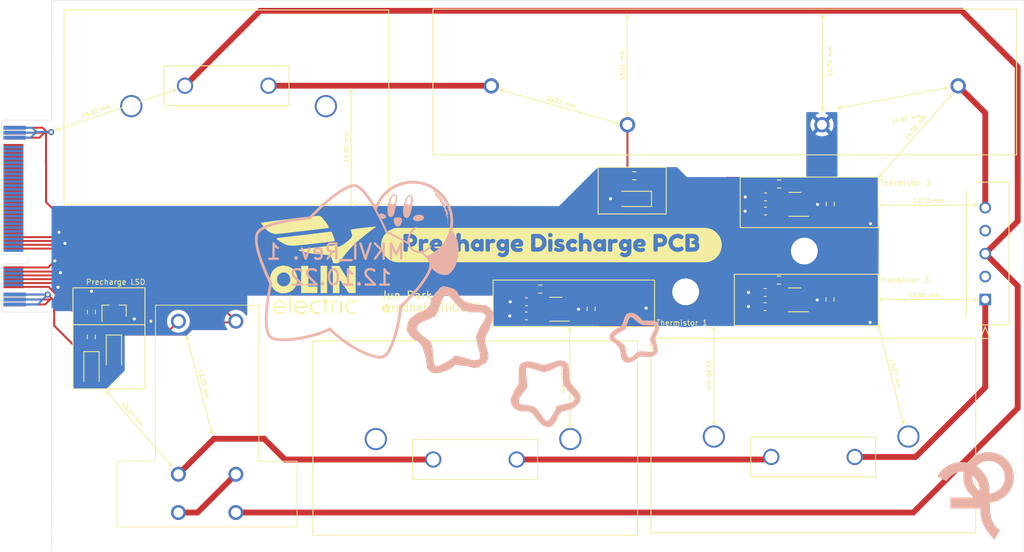
<source format=kicad_pcb>
(kicad_pcb (version 20211014) (generator pcbnew)
  (layers (0 "F.Cu" signal) (31 "B.Cu" signal) (34 "B.Paste" user) (35 "F.Paste" user) (36 "B.SilkS" user "B.Silkscreen") (37 "F.SilkS" user "F.Silkscreen") (38 "B.Mask" user) (39 "F.Mask" user) (44 "Edge.Cuts" user))
  (net 0 "")
  (net 1 "/TEMP_SENSE_PRECHARGE2")
  (net 2 "GND")
  (net 3 "/TEMP_SENSE_DISCHARGE")
  (net 4 "/TEMP_SENSE_PRECHARGE1")
  (net 5 "/FINAL_SHUTDOWN")
  (net 6 "Net-(D1-Pad2)")
  (net 7 "/PRECHARGE_COIL")
  (net 8 "/HV_BAT+")
  (net 10 "/HV_TS+")
  (net 12 "/HV_TS-")
  (net 13 "/PRECHARGE_LSD")
  (net 14 "+5V")
  (net 72 "Net-(K1-Pad1)")
  (net 73 "Net-(K1-Pad3)")
  (net 74 "Net-(R7-Pad2)")
  (net 75 "Net-(R8-Pad2)")
  (net 76 "Net-(R9-Pad2)")
  (net 77 "Net-(R10-Pad2)")
  (net 78 "Net-(R11-Pad2)")
  (net 79 "Net-(R12-Pad2)")
  (net 80 "Net-(K1-Pad4)")
  (net 81 "Net-(K2-Pad1)")
  (net 82 "Net-(K2-Pad2)")
  (net 83 "Net-(R3-Pad2)")
  (footprint "footprints:Thermistor" (layer "F.Cu") (at 171.38 101.5)
    (fp_text reference "TH3" hide)
    (fp_text value "Thermistor")
  )
  (footprint "OEM:G2RG-X" (layer "F.Cu") (at 82.61 104.44 -90)
    (fp_text reference "K1" hide)
    (fp_text value "G2RG-2A-X_DC12" hide)
  )
  (footprint "OEM:SOT-23F" (layer "F.Cu") (at 74.21 103.09 90)
    (fp_text reference "Q1" hide)
    (fp_text value "SSM3K333R" hide)
  )
  (footprint "footprints:Small_OE_Logo" (layer "F.Cu") (at 100.838 97.028)
    (fp_text reference "G***" hide)
    (fp_text value "LOGO" hide)
  )
  (footprint "OEM:R_TO247-Heatsink" (layer "F.Cu") (at 94.37 73.66 180)
    (fp_text reference "R6" hide)
    (fp_text value "3K3R-100W" hide)
  )
  (footprint "OEM:C_0603" (layer "F.Cu") (at 159.23 100.68 180)
    (fp_text reference "C3" hide)
    (fp_text value "C_10nF")
  )
  (footprint "OEM:D_SOD-123" (layer "F.Cu") (at 74.19 108.5 -90)
    (fp_text reference "D2" hide)
    (fp_text value "BZT52C36")
  )
  (footprint "OEM:R_0603" (layer "F.Cu") (at 142.13 85.43 180)
    (fp_text reference "R5" hide)
    (fp_text value "12R" hide)
  )
  (footprint "footprints:Thermistor" (layer "F.Cu") (at 171.42 89.01)
    (fp_text reference "TH2" hide)
    (fp_text value "Thermistor")
  )
  (footprint "OEM:R_0603" (layer "F.Cu") (at 161.06 86.51)
    (fp_text reference "R10" hide)
    (fp_text value "100R" hide)
  )
  (footprint "OEM:SOT-23-5" (layer "F.Cu") (at 163.07 101.65 180)
    (fp_text reference "U3" hide)
    (fp_text value "MCP6001" hide)
  )
  (footprint "OEM:C_0603" (layer "F.Cu") (at 128.0525 101.9 180)
    (fp_text reference "C1" hide)
    (fp_text value "C_10nF")
  )
  (footprint "OEM:C_0603" (layer "F.Cu") (at 159.27 88.19 180)
    (fp_text reference "C2" hide)
    (fp_text value "C_10nF")
  )
  (footprint "OEM:D_SOD-123" (layer "F.Cu") (at 142.13 88.45 180)
    (fp_text reference "D3" hide)
    (fp_text value "SS110LW")
  )
  (footprint "OEM:R_0603" (layer "F.Cu") (at 161.02 99.06)
    (fp_text reference "R12" hide)
    (fp_text value "100R" hide)
  )
  (footprint "OEM:SOT-23-5" (layer "F.Cu") (at 163.11 89.16 180)
    (fp_text reference "U2" hide)
    (fp_text value "MCP6001" hide)
  )
  (footprint "footprints:Thermistor" (layer "F.Cu") (at 140.2025 102.72)
    (fp_text reference "TH1" hide)
    (fp_text value "Thermistor")
  )
  (footprint "footprints:Automotive_M.2_Edge_Connector" (layer "F.Cu") (at 59.564 90.7 90)
    (fp_text reference "J2" hide)
    (fp_text value "Automotive_M.2_Edge_Connector" hide)
    (fp_line (start -5.025 2.9) (end -5.025 0.2) (layer "Edge.Cuts") (width 0.05))
    (fp_line (start -6.225 2.9) (end -6.225 0.2) (layer "Edge.Cuts") (width 0.05))
    (fp_line (start -12.55 0.2) (end -12.55 6.5) (layer "Edge.Cuts") (width 0.05))
    (fp_line (start -5.025 0.2) (end -4.825 0) (layer "Edge.Cuts") (width 0.05))
    (fp_line (start 12.55 0.2) (end 12.35 0) (layer "Edge.Cuts") (width 0.05))
    (fp_line (start 12.55 0.2) (end 12.55 6.5) (layer "Edge.Cuts") (width 0.05))
    (fp_line (start -12.35 0) (end -6.425 0) (layer "Edge.Cuts") (width 0.05))
    (fp_line (start -4.825 0) (end 12.35 0) (layer "Edge.Cuts") (width 0.05))
    (fp_line (start -6.225 0.2) (end -6.425 0) (layer "Edge.Cuts") (width 0.05))
    (fp_line (start -12.55 0.2) (end -12.35 0) (layer "Edge.Cuts") (width 0.05))
    (fp_arc (start -5.025 2.9) (mid -5.625 3.5) (end -6.225 2.9) (layer "Edge.Cuts") (width 0.05))
  )
  (footprint "kibuzzard-639639B8" (layer "F.Cu") (at 131.318 94.488)
    (fp_text reference "kibuzzard-639639B8" hide)
    (fp_text value "G***" hide)
  )
  (footprint "OEM:D_SOD-123" (layer "F.Cu") (at 71.26 110.66 -90)
    (fp_text reference "D1" hide)
    (fp_text value "SS110LW")
  )
  (footprint "OEM:R_0603" (layer "F.Cu") (at 167.72 89.11 90)
    (fp_text reference "R9" hide)
    (fp_text value "100KR" hide)
  )
  (footprint "OEM:R_0603" (layer "F.Cu") (at 71.25 103.23 90)
    (fp_text reference "R1" hide)
    (fp_text value "10KR" hide)
  )
  (footprint "OEM:R_0603" (layer "F.Cu") (at 129.855 100.24)
    (fp_text reference "R8" hide)
    (fp_text value "100R" hide)
  )
  (footprint "OEM:Connector_MicroFit_VT_5x1" (layer "F.Cu") (at 187.96 101.6 -90)
    (fp_text reference "J1" hide)
    (fp_text value "MicroFit_VT_5x1" hide)
  )
  (footprint "OEM:Relay_Comus_3350" (layer "F.Cu") (at 188.23 66.19 180)
    (fp_text reference "K2" hide)
    (fp_text value "3350-4275-126")
  )
  (footprint "OEM:C_0603" (layer "F.Cu") (at 128.0425 103.75 180)
    (fp_text reference "C4" hide)
    (fp_text value "0u1F" hide)
  )
  (footprint "OEM:R_TO247-Heatsink" (layer "F.Cu") (at 160.02 122.18)
    (fp_text reference "R4" hide)
    (fp_text value "560R-100W" hide)
  )
  (footprint "OEM:R_0603" (layer "F.Cu") (at 71.24 106.48 90)
    (fp_text reference "R2" hide)
    (fp_text value "12R" hide)
  )
  (footprint "OEM:C_0603" (layer "F.Cu") (at 159.22 102.53 180)
    (fp_text reference "C6" hide)
    (fp_text value "0u1F" hide)
  )
  (footprint "OEM:M.2_Mount" (layer "F.Cu") (at 164.338 95.25)
    (fp_text reference "U$2" hide)
    (fp_text value "M.2_Mount" hide)
  )
  (footprint "OEM:M.2_Mount" (layer "F.Cu") (at 148.844 100.584)
    (fp_text reference "U$2" hide)
    (fp_text value "M.2_Mount" hide)
  )
  (footprint "OEM:R_0603" (layer "F.Cu") (at 136.5025 102.82 90)
    (fp_text reference "R7" hide)
    (fp_text value "100KR" hide)
  )
  (footprint "OEM:R_TO247-Heatsink" (layer "F.Cu") (at 115.88 122.51)
    (fp_text reference "R3" hide)
    (fp_text value "560R-100W" hide)
  )
  (footprint "OEM:C_0603" (layer "F.Cu") (at 159.26 90.04 180)
    (fp_text reference "C5" hide)
    (fp_text value "0u1F" hide)
  )
  (footprint "OEM:SOT-23-5" (layer "F.Cu") (at 131.8925 102.87 180)
    (fp_text reference "U1" hide)
    (fp_text value "MCP6001" hide)
  )
  (footprint "OEM:R_0603" (layer "F.Cu") (at 167.68 101.6 90)
    (fp_text reference "R11" hide)
    (fp_text value "100KR" hide)
  )
  (footprint "footprints:fromis" (layer "B.Cu") (at 186.69 127.254 180)
    (fp_text reference "G2" hide)
    (fp_text value "LOGO" hide)
  )
  (footprint "jun-library:star" (layer "B.Cu") (at 129.286 110.236 180)
    (fp_text reference "G1" hide)
    (fp_text value "LOGO" hide)
  )
  (footprint "footprints:kirbystar2" (layer "B.Cu") (at 105.918 97.72 180)
    (fp_text reference "G3" hide)
    (fp_text value "LOGO" hide)
  )
  (gr_rect (start 155.956 85.598) (end 173.99 92.202) (layer "F.SilkS") (width 0.12) (fill none))
  (gr_rect (start 78.232 104.902) (end 68.834 113.284) (layer "F.SilkS") (width 0.12) (fill none))
  (gr_rect (start 155.194 98.298) (end 174 105) (layer "F.SilkS") (width 0.12) (fill none))
  (gr_rect (start 68.834 104.902) (end 78.232 100.076) (layer "F.SilkS") (width 0.12) (fill none))
  (gr_rect (start 123.698 99.06) (end 144.78 105.156) (layer "F.SilkS") (width 0.12) (fill none))
  (gr_rect (start 137.414 84.328) (end 146.304 90.424) (layer "F.SilkS") (width 0.12) (fill none))
  (gr_line (start 66.064 103.25) (end 66.04 134.62) (layer "Edge.Cuts") (width 0.05))
  (gr_line (start 66.04 134.62) (end 193.0146 134.62) (layer "Edge.Cuts") (width 0.05))
  (gr_line (start 193.0146 134.62) (end 193.0146 62.484) (layer "Edge.Cuts") (width 0.05))
  (gr_line (start 193.0146 62.484) (end 66.04 62.484) (layer "Edge.Cuts") (width 0.05))
  (gr_line (start 66.04 62.484) (end 66.064 78.15) (layer "Edge.Cuts") (width 0.05))
  (gr_text "MKVI_Rev. 1" (at 103.128 95.36) (layer "B.SilkS") (effects (font (size 2 2) (thickness 0.3)) (justify mirror)))
  (gr_text "12.10.22" (at 103.808 98.74) (layer "B.SilkS") (effects (font (size 2 2) (thickness 0.3)) (justify mirror)))
  (gr_text "Jun Park\n@redhotchili0909" (at 108.966 101.854) (layer "F.SilkS") (effects (font (size 1 1)) (justify left)))
  (gr_text "Precharge LSD" (at 74.422 99.314) (layer "F.SilkS") (effects (font (size 0.7 0.7) (thickness 0.1))))
  (gr_text "Thermistor 1" (at 148.336 104.648) (layer "F.SilkS") (effects (font (size 0.7 0.7) (thickness 0.1))))
  (gr_text "Thermistor 3" (at 177.292 99.06) (layer "F.SilkS") (effects (font (size 0.7 0.7) (thickness 0.1))))
  (gr_text "Thermistor 2" (at 177.546 86.36) (layer "F.SilkS") (effects (font (size 0.7 0.7) (thickness 0.1))))
  (dimension (type aligned) (layer "F.SilkS") (pts (xy 183.642 74.676) (xy 174.1 85.6)) (height -0.017084) (gr_text "14.50 mm" (at 178.86 79.07 48.86312625) (layer "F.SilkS") (effects (font (size 0.508 0.508) (thickness 0.1)))) (format (units 3) (units_format 1) (precision 2)) (style (thickness 0.12) (arrow_length 0.5) (text_position_mode 2) (extension_height 0.58642) (extension_offset 0.5) keep_text_aligned))
  (dimension (type aligned) (layer "F.SilkS") (pts (xy 152.52 105.2) (xy 152.53 118)) (height 0) (gr_text "12.80 mm" (at 151.892 111.506 270.0447623) (layer "F.SilkS") (effects (font (size 0.508 0.508) (thickness 0.1)))) (format (units 3) (units_format 1) (precision 2)) (style (thickness 0.12) (arrow_length 0.5) (text_position_mode 2) (extension_height 0.58642) (extension_offset 0.5) keep_text_aligned))
  (dimension (type aligned) (layer "F.SilkS") (pts (xy 186.944 101.6) (xy 173.99 101.6)) (height 0) (gr_text "12.95 mm" (at 179.936 101.054) (layer "F.SilkS") (effects (font (size 0.508 0.508) (thickness 0.1)))) (format (units 3) (units_format 1) (precision 2)) (style (thickness 0.12) (arrow_length 0.5) (text_position_mode 2) (extension_height 0.58642) (extension_offset 0.5) keep_text_aligned))
  (dimension (type aligned) (layer "F.SilkS") (pts (xy 66.548 79.502) (xy 82.296 74.168)) (height 0) (gr_text "16.63 mm" (at 71.882 76.962 18.71173788) (layer "F.SilkS") (effects (font (size 0.508 0.508) (thickness 0.1)))) (format (units 3) (units_format 1) (precision 2)) (style (thickness 0.12) (arrow_length 0.5) (text_position_mode 2) (extension_height 0.58642) (extension_offset 0.5) keep_text_aligned))
  (dimension (type aligned) (layer "F.SilkS") (pts (xy 133.76 118.4) (xy 133.6925 105.2)) (height 0) (gr_text "13.20 mm" (at 132.842 111.906 -89.70701277) (layer "F.SilkS") (effects (font (size 0.508 0.508) (thickness 0.1)))) (format (units 3) (units_format 1) (precision 2)) (style (thickness 0.12) (arrow_length 0.5) (text_position_mode 2) (extension_height 0.58642) (extension_offset 0.5) keep_text_aligned))
  (dimension (type aligned) (layer "F.SilkS") (pts (xy 81.788 123.444) (xy 73.152 113.538)) (height 0) (gr_text "13.14 mm" (at 77.94 118.12 -49) (layer "F.SilkS") (effects (font (size 0.508 0.508) (thickness 0.1)) (justify right))) (format (units 3) (units_format 1) (precision 2)) (style (thickness 0.12) (arrow_length 0.5) (text_position_mode 2) (extension_height 0.58642) (extension_offset 0.5)))
  (dimension (type aligned) (layer "F.SilkS") (pts (xy 166.7 64.3) (xy 166.7 77)) (height -0.017084) (gr_text "12.70 mm" (at 167.7 70.5 90) (layer "F.SilkS") (effects (font (size 0.508 0.508) (thickness 0.1)))) (format (units 3) (units_format 1) (precision 2)) (style (thickness 0.12) (arrow_length 0.5) (text_position_mode 2) (extension_height 0.58642) (extension_offset 0.5) keep_text_aligned))
  (dimension (type aligned) (layer "F.SilkS") (pts (xy 141.2 64.39) (xy 141.2 77.6)) (height 0) (gr_text "13.21 mm" (at 140.592 70.995 90) (layer "F.SilkS") (effects (font (size 0.508 0.508) (thickness 0.1)))) (format (units 3) (units_format 1) (precision 2)) (style (thickness 0.12) (arrow_length 0.5) (text_position_mode 0) (extension_height 0.58642) (extension_offset 0.5) keep_text_aligned))
  (dimension (type aligned) (layer "F.SilkS") (pts (xy 174 105) (xy 177.292 117.856)) (height 0) (gr_text "13.27 mm" (at 176.234996 111.277177 284.3629503) (layer "F.SilkS") (effects (font (size 0.508 0.508) (thickness 0.1)))) (format (units 3) (units_format 1) (precision 2)) (style (thickness 0.12) (arrow_length 0.5) (text_position_mode 0) (extension_height 0.58642) (extension_offset 0.5) keep_text_aligned))
  (dimension (type aligned) (layer "F.SilkS") (pts (xy 183.1 73.9) (xy 168.7 76.6)) (height -0.017084) (gr_text "14.65 mm" (at 177.66 77.97 10.61965528) (layer "F.SilkS") (effects (font (size 0.508 0.508) (thickness 0.1)))) (format (units 3) (units_format 1) (precision 2)) (style (thickness 0.12) (arrow_length 0.5) (text_position_mode 2) (extension_height 0.58642) (extension_offset 0.5) keep_text_aligned))
  (dimension (type aligned) (layer "F.SilkS") (pts (xy 174.244 89.281) (xy 186.944 89.281)) (height 0) (gr_text "12.70 mm" (at 180.594 88.673) (layer "F.SilkS") (effects (font (size 0.508 0.508) (thickness 0.1)))) (format (units 3) (units_format 1) (precision 2)) (style (thickness 0.12) (arrow_length 0.5) (text_position_mode 0) (extension_height 0.58642) (extension_offset 0.5) keep_text_aligned))
  (dimension (type aligned) (layer "F.SilkS") (pts (xy 83.7 106.4) (xy 87 119.2)) (height 0) (gr_text "13.22 mm" (at 85.938748 112.648213 284.4567554) (layer "F.SilkS") (effects (font (size 0.508 0.508) (thickness 0.1)))) (format (units 3) (units_format 1) (precision 2)) (style (thickness 0.12) (arrow_length 0.5) (text_position_mode 0) (extension_height 0.58642) (extension_offset 0.5) keep_text_aligned))
  (dimension (type aligned) (layer "F.SilkS") (pts (xy 124.6 74.2) (xy 140.2 78.6)) (height 0) (gr_text "16.21 mm" (at 132.565048 75.814831 344.2488263) (layer "F.SilkS") (effects (font (size 0.508 0.508) (thickness 0.1)))) (format (units 3) (units_format 1) (precision 2)) (style (thickness 0.12) (arrow_length 0.5) (text_position_mode 0) (extension_height 0.58642) (extension_offset 0.5) keep_text_aligned))
  (dimension (type aligned) (layer "F.SilkS") (pts (xy 105.156 74.2) (xy 105.156 89.2)) (height 0) (gr_text "15.00 mm" (at 104.548 81.7 90) (layer "F.SilkS") (effects (font (size 0.508 0.508) (thickness 0.1)))) (format (units 3) (units_format 1) (precision 2)) (style (thickness 0.12) (arrow_length 0.5) (text_position_mode 0) (extension_height 0.58642) (extension_offset 0.5) keep_text_aligned))
  (segment (start 129.03 100.24) (end 129.03 101.6975) (width 0.254) (layer "F.Cu") (net 1))
  (segment (start 129.03 100.24) (end 128.33 100.94) (width 0.254) (layer "F.Cu") (net 1))
  (segment (start 128.33 100.94) (end 75.760823 100.94) (width 0.254) (layer "F.Cu") (net 1))
  (segment (start 75.760823 100.94) (end 73.770823 98.95) (width 0.254) (layer "F.Cu") (net 1))
  (segment (start 129.03 101.6975) (end 128.8275 101.9) (width 0.254) (layer "F.Cu") (net 1))
  (segment (start 73.770823 98.95) (end 61.064 98.95) (width 0.254) (layer "F.Cu") (net 1))
  (segment (start 140.48 88.45) (end 139.05 88.45) (width 0.254) (layer "F.Cu") (net 2))
  (segment (start 71.25 102.28) (end 71.25 100.53) (width 0.254) (layer "F.Cu") (net 2))
  (segment (start 71.25 100.53) (end 71.26 100.52) (width 0.25) (layer "F.Cu") (net 2))
  (segment (start 172.92 89.310164) (end 172.92 89.01) (width 0.254) (layer "F.Cu") (net 2))
  (segment (start 61.064 98.45) (end 66.85 98.45) (width 0.25) (layer "F.Cu") (net 2))
  (segment (start 157.05 102.53) (end 157.04 102.52) (width 0.254) (layer "F.Cu") (net 2))
  (segment (start 158.445 102.53) (end 157.05 102.53) (width 0.254) (layer "F.Cu") (net 2))
  (segment (start 127.2775 101.9) (end 125.935 101.9) (width 0.254) (layer "F.Cu") (net 2))
  (segment (start 61.1006 97.4134) (end 61.064 97.45) (width 0.254) (layer "F.Cu") (net 2))
  (segment (start 172.92 104.6) (end 172.88 104.56) (width 0.254) (layer "F.Cu") (net 2))
  (segment (start 133.03 102.87) (end 134.8325 102.87) (width 0.254) (layer "F.Cu") (net 2))
  (segment (start 166.01 101.65) (end 166.02 101.66) (width 0.254) (layer "F.Cu") (net 2))
  (segment (start 66.35 99.45) (end 61.064 99.45) (width 0.25) (layer "F.Cu") (net 2))
  (segment (start 67.7926 94.2735) (end 67.6161 94.45) (width 0.254) (layer "F.Cu") (net 2))
  (segment (start 134.8325 102.87) (end 134.8425 102.88) (width 0.254) (layer "F.Cu") (net 2))
  (segment (start 164.2075 101.65) (end 166.01 101.65) (width 0.254) (layer "F.Cu") (net 2))
  (segment (start 158.455 100.68) (end 157.05 100.68) (width 0.254) (layer "F.Cu") (net 2))
  (segment (start 164.2475 89.16) (end 166.05 89.16) (width 0.254) (layer "F.Cu") (net 2))
  (segment (start 141.7025 102.72) (end 143.675 102.72) (width 0.254) (layer "F.Cu") (net 2))
  (segment (start 66.6462 93.45) (end 67.02 93.0762) (width 0.254) (layer "F.Cu") (net 2))
  (segment (start 172.974 91.694) (end 172.974 89.364164) (width 0.254) (layer "F.Cu") (net 2))
  (segment (start 65.6038 97.4134) (end 61.1006 97.4134) (width 0.254) (layer "F.Cu") (net 2))
  (segment (start 156.63 90.04) (end 158.485 90.04) (width 0.254) (layer "F.Cu") (net 2))
  (segment (start 67.6161 94.45) (end 61.064 94.45) (width 0.254) (layer "F.Cu") (net 2))
  (segment (start 156.61 90.06) (end 156.63 90.04) (width 0.254) (layer "F.Cu") (net 2))
  (segment (start 166.05 89.16) (end 166.06 89.17) (width 0.254) (layer "F.Cu") (net 2))
  (segment (start 67.02 93.0762) (end 67.02 92.8) (width 0.254) (layer "F.Cu") (net 2))
  (segment (start 66.9 100) (end 66.35 99.45) (width 0.25) (layer "F.Cu") (net 2))
  (segment (start 172.974 89.364164) (end 172.92 89.310164) (width 0.254) (layer "F.Cu") (net 2))
  (segment (start 61.064 93.45) (end 66.6462 93.45) (width 0.254) (layer "F.Cu") (net 2))
  (segment (start 172.88 104.56) (end 172.88 101.5) (width 0.254) (layer "F.Cu") (net 2))
  (segment (start 139.05 88.45) (end 139.03 88.43) (width 0.254) (layer "F.Cu") (net 2))
  (segment (start 66.85 98.45) (end 67.2 98.1) (width 0.25) (layer "F.Cu") (net 2))
  (segment (start 66.4718 96.5454) (end 65.6038 97.4134) (width 0.254) (layer "F.Cu") (net 2))
  (segment (start 127.2675 103.75) (end 125.875 103.75) (width 0.254) (layer "F.Cu") (net 2))
  (segment (start 156.64 88.19) (end 156.63 88.2) (width 0.254) (layer "F.Cu") (net 2))
  (segment (start 75.16 104.14) (end 76.85 104.14) (width 0.254) (layer "F.Cu") (net 2))
  (segment (start 158.495 88.19) (end 156.64 88.19) (width 0.254) (layer "F.Cu") (net 2))
  (via (at 156.61 90.06) (size 0.8) (drill 0.4) (layers "F.Cu" "B.Cu") (net 2))
  (via (at 139.03 88.43) (size 0.8) (drill 0.4) (layers "F.Cu" "B.Cu") (net 2))
  (via (at 76.85 104.14) (size 0.8) (drill 0.4) (layers "F.Cu" "B.Cu") (net 2))
  (via (at 157.05 100.68) (size 0.8) (drill 0.4) (layers "F.Cu" "B.Cu") (net 2))
  (via (at 71.26 100.52) (size 0.8) (drill 0.4) (layers "F.Cu" "B.Cu") (net 2))
  (via (at 172.92 104.6) (size 0.8) (drill 0.4) (layers "F.Cu" "B.Cu") (net 2))
  (via (at 166.02 101.66) (size 0.8) (drill 0.4) (layers "F.Cu" "B.Cu") (net 2))
  (via (at 66.9 100) (size 0.8) (drill 0.4) (layers "F.Cu" "B.Cu") (net 2))
  (via (at 125.875 103.75) (size 0.8) (drill 0.4) (layers "F.Cu" "B.Cu") (net 2))
  (via (at 156.63 88.2) (size 0.8) (drill 0.4) (layers "F.Cu" "B.Cu") (net 2))
  (via (at 125.935 101.9) (size 0.8) (drill 0.4) (layers "F.Cu" "B.Cu") (net 2))
  (via (at 166.06 89.17) (size 0.8) (drill 0.4) (layers "F.Cu" "B.Cu") (net 2))
  (via (at 172.974 91.694) (size 0.8) (drill 0.4) (layers "F.Cu" "B.Cu") (net 2))
  (via (at 66.4718 96.5454) (size 0.8) (drill 0.4) (layers "F.Cu" "B.Cu") (net 2))
  (via (at 67.7926 94.2735) (size 0.8) (drill 0.4) (layers "F.Cu" "B.Cu") (net 2))
  (via (at 67.02 92.8) (size 0.8) (drill 0.4) (layers "F.Cu" "B.Cu") (net 2))
  (via (at 143.675 102.72) (size 0.8) (drill 0.4) (layers "F.Cu" "B.Cu") (net 2))
  (via (at 67.2 98.1) (size 0.8) (drill 0.4) (layers "F.Cu" "B.Cu") (net 2))
  (via (at 157.04 102.52) (size 0.8) (drill 0.4) (layers "F.Cu" "B.Cu") (net 2))
  (via (at 134.8425 102.88) (size 0.8) (drill 0.4) (layers "F.Cu" "B.Cu") (net 2))
  (segment (start 148.7115 93.5985) (end 70.0015 93.5985) (width 0.254) (layer "F.Cu") (net 3))
  (segment (start 155.82 86.49) (end 148.7115 93.5985) (width 0.254) (layer "F.Cu") (net 3))
  (segment (start 160.235 86.51) (end 160.215 86.49) (width 0.254) (layer "F.Cu") (net 3))
  (segment (start 70.0015 93.5985) (end 68.3 95.3) (width 0.254) (layer "F.Cu") (net 3))
  (segment (start 160.045 86.7) (end 160.235 86.51) (width 0.254) (layer "F.Cu") (net 3))
  (segment (start 67.4 95.3) (end 68.3 95.3) (width 0.25) (layer "F.Cu") (net 3))
  (segment (start 67.05 94.95) (end 67.4 95.3) (width 0.25) (layer "F.Cu") (net 3))
  (segment (start 160.215 86.49) (end 155.82 86.49) (width 0.254) (layer "F.Cu") (net 3))
  (segment (start 160.045 88.19) (end 160.045 86.7) (width 0.254) (layer "F.Cu") (net 3))
  (segment (start 61.064 94.95) (end 67.05 94.95) (width 0.25) (layer "F.Cu") (net 3))
  (segment (start 154.066 99) (end 151.84 96.774) (width 0.254) (layer "F.Cu") (net 4))
  (segment (start 160.005 100.68) (end 160.005 99.19) (width 0.254) (layer "F.Cu") (net 4))
  (segment (start 151.84 96.774) (end 67.426 96.774) (width 0.254) (layer "F.Cu") (net 4))
  (segment (start 160.195 99) (end 154.066 99) (width 0.254) (layer "F.Cu") (net 4))
  (segment (start 160.005 99.19) (end 160.195 99) (width 0.254) (layer "F.Cu") (net 4))
  (segment (start 67.426 96.774) (end 66.25 97.95) (width 0.254) (layer "F.Cu") (net 4))
  (segment (start 66.25 97.95) (end 61.064 97.95) (width 0.254) (layer "F.Cu") (net 4))
  (segment (start 65.33 83.691001) (end 65.3 83.661001) (width 0.254) (layer "F.Cu") (net 5))
  (segment (start 143.08 87.75) (end 143.460388 88.130388) (width 0.25) (layer "F.Cu") (net 5))
  (segment (start 65.2122 102.25) (end 65.7606 101.7016) (width 0.254) (layer "F.Cu") (net 5))
  (segment (start 61.214 80.45) (end 64.47 80.45) (width 0.254) (layer "F.Cu") (net 5))
  (segment (start 71.24 107.43) (end 71.04 107.63) (width 0.254) (layer "F.Cu") (net 5))
  (segment (start 65.12 79.8) (end 61.214 79.8) (width 0.25) (layer "F.Cu") (net 5))
  (segment (start 65.32 79.6) (end 65.12 79.8) (width 0.25) (layer "F.Cu") (net 5))
  (segment (start 65.33 88.88) (end 65.33 83.691001) (width 0.254) (layer "F.Cu") (net 5))
  (segment (start 143.78 88.45) (end 142.24 89.99) (width 0.254) (layer "F.Cu") (net 5))
  (segment (start 142.24 89.99) (end 66.46 89.99) (width 0.254) (layer "F.Cu") (net 5))
  (segment (start 65.5424 100.95) (end 66.0273 101.4349) (width 0.254) (layer "F.Cu") (net 5))
  (segment (start 65.99 79.73) (end 65.45 79.73) (width 0.254) (layer "F.Cu") (net 5))
  (segment (start 66.391104 103.114802) (end 66.391104 101.798704) (width 0.254) (layer "F.Cu") (net 5))
  (segment (start 65.45 79.73) (end 65.32 79.6) (width 0.254) (layer "F.Cu") (net 5))
  (segment (start 71.24 108.99) (end 71.26 109.01) (width 0.254) (layer "F.Cu") (net 5))
  (segment (start 68.99 107.63) (end 66.389639 105.029639) (width 0.254) (layer "F.Cu") (net 5))
  (segment (start 66.46 89.99) (end 66.45 90) (width 0.254) (layer "F.Cu") (net 5))
  (segment (start 61.214 79.15) (end 64.87 79.15) (width 0.254) (layer "F.Cu") (net 5))
  (segment (start 64.47 80.45) (end 65.32 79.6) (width 0.254) (layer "F.Cu") (net 5))
  (segment (start 143.08 85.43) (end 143.08 87.75) (width 0.25) (layer "F.Cu") (net 5))
  (segment (start 66.391104 101.798704) (end 66.0273 101.4349) (width 0.254) (layer "F.Cu") (net 5))
  (segment (start 65.659 101.6) (end 65.7606 101.7016) (width 0.254) (layer "F.Cu") (net 5))
  (segment (start 61.214 102.25) (end 65.2122 102.25) (width 0.254) (layer "F.Cu") (net 5))
  (segment (start 65.32 83.641001) (end 65.32 79.6) (width 0.254) (layer "F.Cu") (net 5))
  (segment (start 65.3 83.661001) (end 65.32 83.641001) (width 0.254) (layer "F.Cu") (net 5))
  (segment (start 71.24 107.43) (end 71.24 108.99) (width 0.254) (layer "F.Cu") (net 5))
  (segment (start 65.7606 101.7016) (end 66.0273 101.4349) (width 0.254) (layer "F.Cu") (net 5))
  (segment (start 66.389639 105.029639) (end 66.391104 103.114802) (width 0.254) (layer "F.Cu") (net 5))
  (segment (start 66.45 90) (end 65.33 88.88) (width 0.254) (layer "F.Cu") (net 5))
  (segment (start 71.04 107.63) (end 68.99 107.63) (width 0.254) (layer "F.Cu") (net 5))
  (segment (start 64.87 79.15) (end 65.32 79.6) (width 0.254) (layer "F.Cu") (net 5))
  (segment (start 61.214 101.6) (end 65.659 101.6) (width 0.254) (layer "F.Cu") (net 5))
  (segment (start 61.214 100.95) (end 65.5424 100.95) (width 0.254) (layer "F.Cu") (net 5))
  (via (at 65.99 79.73) (size 0.8) (drill 0.4) (layers "F.Cu" "B.Cu") (net 5))
  (via (at 65.5424 100.95) (size 0.8) (drill 0.4) (layers "F.Cu" "B.Cu") (net 5))
  (segment (start 63.97 79.8) (end 61.214 79.8) (width 0.254) (layer "B.Cu") (net 5))
  (segment (start 63.52 79.15) (end 64.07 79.7) (width 0.254) (layer "B.Cu") (net 5))
  (segment (start 61.214 79.15) (end 63.52 79.15) (width 0.254) (layer "B.Cu") (net 5))
  (segment (start 61.214 102.25) (end 64.2424 102.25) (width 0.254) (layer "B.Cu") (net 5))
  (segment (start 63.32 80.45) (end 61.214 80.45) (width 0.254) (layer "B.Cu") (net 5))
  (segment (start 64.07 79.7) (end 63.97 79.8) (width 0.254) (layer "B.Cu") (net 5))
  (segment (start 64.07 79.7) (end 63.32 80.45) (width 0.254) (layer "B.Cu") (net 5))
  (segment (start 61.214 100.95) (end 65.5424 100.95) (width 0.254) (layer "B.Cu") (net 5))
  (segment (start 64.07 79.7) (end 65.96 79.7) (width 0.254) (layer "B.Cu") (net 5))
  (segment (start 65.96 79.7) (end 65.99 79.73) (width 0.254) (layer "B.Cu") (net 5))
  (segment (start 64.2424 102.25) (end 65.5424 100.95) (width 0.254) (layer "B.Cu") (net 5))
  (segment (start 61.214 101.6) (end 64.8924 101.6) (width 0.254) (layer "B.Cu") (net 5))
  (segment (start 64.8924 101.6) (end 65.5424 100.95) (width 0.254) (layer "B.Cu") (net 5))
  (segment (start 71.26 112.31) (end 71.29 112.31) (width 0.254) (layer "F.Cu") (net 6))
  (segment (start 71.29 112.31) (end 73.45 110.15) (width 0.254) (layer "F.Cu") (net 6))
  (segment (start 73.45 110.15) (end 74.19 110.15) (width 0.254) (layer "F.Cu") (net 6))
  (segment (start 90.11 104.44) (end 87.71 102.04) (width 0.254) (layer "F.Cu") (net 7))
  (segment (start 89.95 104.6) (end 90.11 104.44) (width 0.254) (layer "F.Cu") (net 7))
  (segment (start 74.19 106.85) (end 74.856 106.184) (width 0.254) (layer "F.Cu") (net 7))
  (segment (start 83.616 106.184) (end 85.2 104.6) (width 0.254) (layer "F.Cu") (net 7))
  (segment (start 85.2 104.6) (end 89.95 104.6) (width 0.254) (layer "F.Cu") (net 7))
  (segment (start 74.856 106.184) (end 83.616 106.184) (width 0.254) (layer "F.Cu") (net 7))
  (segment (start 87.71 102.04) (end 74.21 102.04) (width 0.254) (layer "F.Cu") (net 7))
  (segment (start 178.86 122.18) (end 170.92 122.18) (width 0.762) (layer "F.Cu") (net 8))
  (segment (start 187.96 113.08) (end 178.86 122.18) (width 0.762) (layer "F.Cu") (net 8))
  (segment (start 187.96 101.6) (end 187.96 113.08) (width 0.762) (layer "F.Cu") (net 8))
  (segment (start 93.26 63.87) (end 184.87 63.87) (width 0.762) (layer "F.Cu") (net 10))
  (segment (start 90.11 129.44) (end 178.56 129.44) (width 0.762) (layer "F.Cu") (net 10))
  (segment (start 192.2 99.840002) (end 187.96 95.600002) (width 0.762) (layer "F.Cu") (net 10))
  (segment (start 178.56 129.44) (end 192.2 115.8) (width 0.762) (layer "F.Cu") (net 10))
  (segment (start 192.2 115.8) (end 192.2 99.840002) (width 0.762) (layer "F.Cu") (net 10))
  (segment (start 192.2 91.360002) (end 187.96 95.600002) (width 0.762) (layer "F.Cu") (net 10))
  (segment (start 184.87 63.87) (end 192.2 71.2) (width 0.762) (layer "F.Cu") (net 10))
  (segment (start 83.47 73.66) (end 93.26 63.87) (width 0.762) (layer "F.Cu") (net 10))
  (segment (start 192.2 71.2) (end 192.2 91.360002) (width 0.762) (layer "F.Cu") (net 10))
  (segment (start 187.96 77.223) (end 187.96 89.600004) (width 0.762) (layer "F.Cu") (net 12))
  (segment (start 184.42 73.683) (end 187.96 77.223) (width 0.762) (layer "F.Cu") (net 12))
  (segment (start 71.29 104.14) (end 71.25 104.18) (width 0.25) (layer "F.Cu") (net 13))
  (segment (start 71.25 104.18) (end 69.88 104.18) (width 0.254) (layer "F.Cu") (net 13))
  (segment (start 73.26 104.14) (end 71.29 104.14) (width 0.25) (layer "F.Cu") (net 13))
  (segment (start 69.88 104.18) (end 65.649999 99.949999) (width 0.254) (layer "F.Cu") (net 13))
  (segment (start 65.649999 99.949999) (end 61.064 99.949999) (width 0.254) (layer "F.Cu") (net 13))
  (segment (start 167.68 102.425) (end 166.905 103.2) (width 0.254) (layer "F.Cu") (net 14))
  (segment (start 61.064 93.95) (end 67.090795 93.95) (width 0.25) (layer "F.Cu") (net 14))
  (segment (start 166.855 90.8) (end 162.6625 90.8) (width 0.254) (layer "F.Cu") (net 14))
  (segment (start 167.68 102.75) (end 167.68 102.425) (width 0.254) (layer "F.Cu") (net 14))
  (segment (start 144.533 105.047) (end 145.48 104.1) (width 0.254) (layer "F.Cu") (net 14))
  (segment (start 135.6475 104.5) (end 131.435 104.5) (width 0.254) (layer "F.Cu") (net 14))
  (segment (start 69.440795 91.6) (end 148.3 91.6) (width 0.25) (layer "F.Cu") (net 14))
  (segment (start 158.425 104.1) (end 159.995 102.53) (width 0.254) (layer "F.Cu") (net 14))
  (segment (start 148.3 91.6) (end 154.19 85.71) (width 0.25) (layer "F.Cu") (net 14))
  (segment (start 137.7295 105.047) (end 144.533 105.047) (width 0.254) (layer "F.Cu") (net 14))
  (segment (start 162.5325 103.2) (end 161.9325 102.6) (width 0.254) (layer "F.Cu") (net 14))
  (segment (start 160.91 85.71) (end 161 85.8) (width 0.25) (layer "F.Cu") (net 14))
  (segment (start 161 85.8) (end 160.985 85.815) (width 0.25) (layer "F.Cu") (net 14))
  (segment (start 145.48 104.1) (end 158.425 104.1) (width 0.254) (layer "F.Cu") (net 14))
  (segment (start 168.757 103.827) (end 167.68 102.75) (width 0.254) (layer "F.Cu") (net 14))
  (segment (start 136.5025 103.645) (end 136.5025 103.82) (width 0.254) (layer "F.Cu") (net 14))
  (segment (start 67.090795 93.95) (end 69.440795 91.6) (width 0.25) (layer "F.Cu") (net 14))
  (segment (start 160.985 85.815) (end 160.985 89.09) (width 0.25) (layer "F.Cu") (net 14))
  (segment (start 154.19 85.71) (end 160.91 85.71) (width 0.25) (layer "F.Cu") (net 14))
  (segment (start 162.6625 90.8) (end 161.9725 90.11) (width 0.254) (layer "F.Cu") (net 14))
  (segment (start 170.957 103.827) (end 168.757 103.827) (width 0.254) (layer "F.Cu") (net 14))
  (segment (start 160.985 89.09) (end 160.035 90.04) (width 0.25) (layer "F.Cu") (net 14))
  (segment (start 136.5025 103.645) (end 135.6475 104.5) (width 0.254) (layer "F.Cu") (net 14))
  (segment (start 167.72 89.935) (end 166.855 90.8) (width 0.254) (layer "F.Cu") (net 14))
  (segment (start 136.5025 103.82) (end 137.7295 105.047) (width 0.254) (layer "F.Cu") (net 14))
  (segment (start 166.905 103.2) (end 162.5325 103.2) (width 0.254) (layer "F.Cu") (net 14))
  (segment (start 167.72 95.04) (end 171.4 98.72) (width 0.254) (layer "F.Cu") (net 14))
  (segment (start 130.755 103.82) (end 128.58 103.82) (width 0.254) (layer "F.Cu") (net 14))
  (segment (start 171.4 98.72) (end 171.4 103.384) (width 0.254) (layer "F.Cu") (net 14))
  (segment (start 171.4 103.384) (end 170.957 103.827) (width 0.254) (layer "F.Cu") (net 14))
  (segment (start 161.9325 102.6) (end 159.7575 102.6) (width 0.254) (layer "F.Cu") (net 14))
  (segment (start 131.435 104.5) (end 130.755 103.82) (width 0.254) (layer "F.Cu") (net 14))
  (segment (start 161.9725 90.11) (end 159.7975 90.11) (width 0.254) (layer "F.Cu") (net 14))
  (segment (start 167.72 89.935) (end 167.72 95.04) (width 0.254) (layer "F.Cu") (net 14))
  (segment (start 81.32 105.73) (end 71.44 105.73) (width 0.254) (layer "F.Cu") (net 72))
  (segment (start 71.44 105.73) (end 71.24 105.53) (width 0.254) (layer "F.Cu") (net 72))
  (segment (start 82.61 104.44) (end 81.32 105.73) (width 0.254) (layer "F.Cu") (net 72))
  (segment (start 115.88 122.51) (end 96.51 122.51) (width 0.762) (layer "F.Cu") (net 73))
  (segment (start 87.25 119.8) (end 82.61 124.44) (width 0.762) (layer "F.Cu") (net 73))
  (segment (start 93.8 119.8) (end 87.25 119.8) (width 0.762) (layer "F.Cu") (net 73))
  (segment (start 96.51 122.51) (end 93.8 119.8) (width 0.762) (layer "F.Cu") (net 73))
  (segment (start 138.7025 102.72) (end 137.2275 102.72) (width 0.254) (layer "F.Cu") (net 74))
  (segment (start 137.2275 102.72) (end 136.5025 101.995) (width 0.254) (layer "F.Cu") (net 74))
  (segment (start 136.4275 101.92) (end 136.5025 101.995) (width 0.254) (layer "F.Cu") (net 74))
  (segment (start 133.03 101.92) (end 136.4275 101.92) (width 0.254) (layer "F.Cu") (net 74))
  (segment (start 133.03 103.82) (end 132.618229 103.82) (width 0.254) (layer "F.Cu") (net 75))
  (segment (start 132.618229 103.82) (end 130.755 101.956771) (width 0.254) (layer "F.Cu") (net 75))
  (segment (start 130.68 100.24) (end 130.68 101.845) (width 0.25) (layer "F.Cu") (net 75))
  (segment (start 130.755 101.956771) (end 130.755 101.92) (width 0.254) (layer "F.Cu") (net 75))
  (segment (start 130.68 101.845) (end 130.755 101.92) (width 0.25) (layer "F.Cu") (net 75))
  (segment (start 164.2475 88.21) (end 167.645 88.21) (width 0.254) (layer "F.Cu") (net 76))
  (segment (start 168.445 89.01) (end 167.72 88.285) (width 0.254) (layer "F.Cu") (net 76))
  (segment (start 169.92 89.01) (end 168.445 89.01) (width 0.254) (layer "F.Cu") (net 76))
  (segment (start 167.645 88.21) (end 167.72 88.285) (width 0.254) (layer "F.Cu") (net 76))
  (segment (start 161.9725 86.5975) (end 161.9725 88.21) (width 0.254) (layer "F.Cu") (net 77))
  (segment (start 164.2475 90.11) (end 163.81 90.11) (width 0.254) (layer "F.Cu") (net 77))
  (segment (start 161.885 86.51) (end 161.9725 86.5975) (width 0.254) (layer "F.Cu") (net 77))
  (segment (start 163.81 90.11) (end 161.9725 88.2725) (width 0.254) (layer "F.Cu") (net 77))
  (segment (start 161.9725 88.2725) (end 161.9725 88.21) (width 0.254) (layer "F.Cu") (net 77))
  (segment (start 169.88 101.5) (end 168.405 101.5) (width 0.254) (layer "F.Cu") (net 78))
  (segment (start 168.405 101.5) (end 167.68 100.775) (width 0.254) (layer "F.Cu") (net 78))
  (segment (start 164.2075 100.7) (end 167.605 100.7) (width 0.254) (layer "F.Cu") (net 78))
  (segment (start 167.605 100.7) (end 167.68 100.775) (width 0.254) (layer "F.Cu") (net 78))
  (segment (start 161.9325 100.8325) (end 161.9325 100.7) (width 0.254) (layer "F.Cu") (net 79))
  (segment (start 163.7 102.6) (end 161.9325 100.8325) (width 0.254) (layer "F.Cu") (net 79))
  (segment (start 161.845 99) (end 161.9325 99.0875) (width 0.254) (layer "F.Cu") (net 79))
  (segment (start 164.2075 102.6) (end 163.7 102.6) (width 0.254) (layer "F.Cu") (net 79))
  (segment (start 161.9325 99.0875) (end 161.9325 100.7) (width 0.254) (layer "F.Cu") (net 79))
  (segment (start 90.11 124.44) (end 85.11 129.44) (width 0.762) (layer "F.Cu") (net 80))
  (segment (start 85.11 129.44) (end 82.61 129.44) (width 0.762) (layer "F.Cu") (net 80))
  (segment (start 123.437 73.66) (end 123.46 73.683) (width 0.762) (layer "F.Cu") (net 81))
  (segment (start 94.37 73.66) (end 123.437 73.66) (width 0.762) (layer "F.Cu") (net 81))
  (segment (start 141.24 78.763) (end 141.24 85.37) (width 0.254) (layer "F.Cu") (net 82))
  (segment (start 159.69 122.51) (end 160.02 122.18) (width 0.762) (layer "F.Cu") (net 83))
  (segment (start 126.78 122.51) (end 159.69 122.51) (width 0.762) (layer "F.Cu") (net 83))
  (zone (net 2) (net_name "GND") (layer "B.Cu") (connect_pads (clearance 0.508)) (min_thickness 0.254) (fill yes (thermal_gap 0.508) (thermal_bridge_width 0.508))
    (polygon (pts (xy 149 85.6) (xy 174 85.6) (xy 174 95.5) (xy 130.9 95.5) (xy 130.9 90.8) (xy 137.4 84.3) (xy 147.7 84.3)))
  )
  (zone (net 2) (net_name "GND") (layer "B.Cu") (connect_pads (clearance 0.508)) (min_thickness 0.254) (fill yes (thermal_gap 0.508) (thermal_bridge_width 0.508))
    (polygon (pts (xy 75.6 110.9) (xy 73.2 113.3) (xy 68.9 113.3) (xy 68.9 102.7) (xy 75.6 102.7)))
  )
  (zone (net 2) (net_name "GND") (layer "B.Cu") (connect_pads (clearance 0.508)) (min_thickness 0.254) (fill yes (thermal_gap 0.508) (thermal_bridge_width 0.508))
    (polygon (pts (xy 168.656 86.868) (xy 164.592 86.868) (xy 164.592 77.108) (xy 168.656 77.108)))
  )
  (zone (net 2) (net_name "GND") (layer "B.Cu") (connect_pads (clearance 0.508)) (min_thickness 0.254) (fill yes (thermal_gap 0.508) (thermal_bridge_width 0.508))
    (polygon (pts (xy 91.6 104.5) (xy 90.5 105.6) (xy 84.4 105.6) (xy 83.7 106.3) (xy 73.5 106.3) (xy 73.5 100.2) (xy 91.6 100.2)))
  )
  (zone (net 2) (net_name "GND") (layer "B.Cu") (connect_pads (clearance 0.508)) (min_thickness 0.254) (fill yes (thermal_gap 0.508) (thermal_bridge_width 0.508))
    (polygon (pts (xy 173.99 105.064) (xy 123.714 105.064) (xy 123.714 101.092) (xy 78.486 101.092) (xy 78.486 104.902) (xy 70.104 104.902) (xy 70.104 103.124) (xy 66.04 103.124) (xy 66.04 89.37) (xy 110.236 89.37) (xy 110.24 89.37) (xy 174.06 89.43)))
  )
)
</source>
